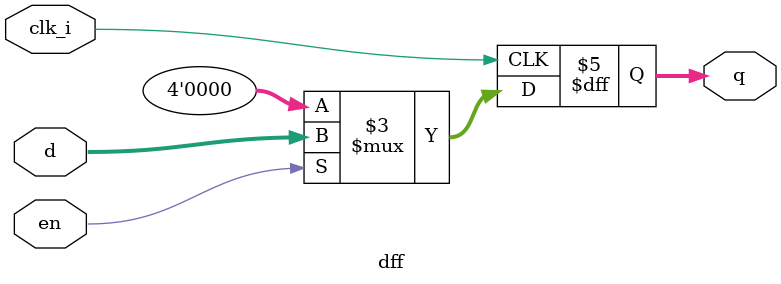
<source format=sv>


module dff (
  input logic clk_i,
  input logic en,
  input logic [3:0] d,
  output logic[3:0] q
);

always_ff @(posedge clk_i) begin
  if (en)  q <= d;
  else     q <= 0;
end

endmodule: dff

</source>
